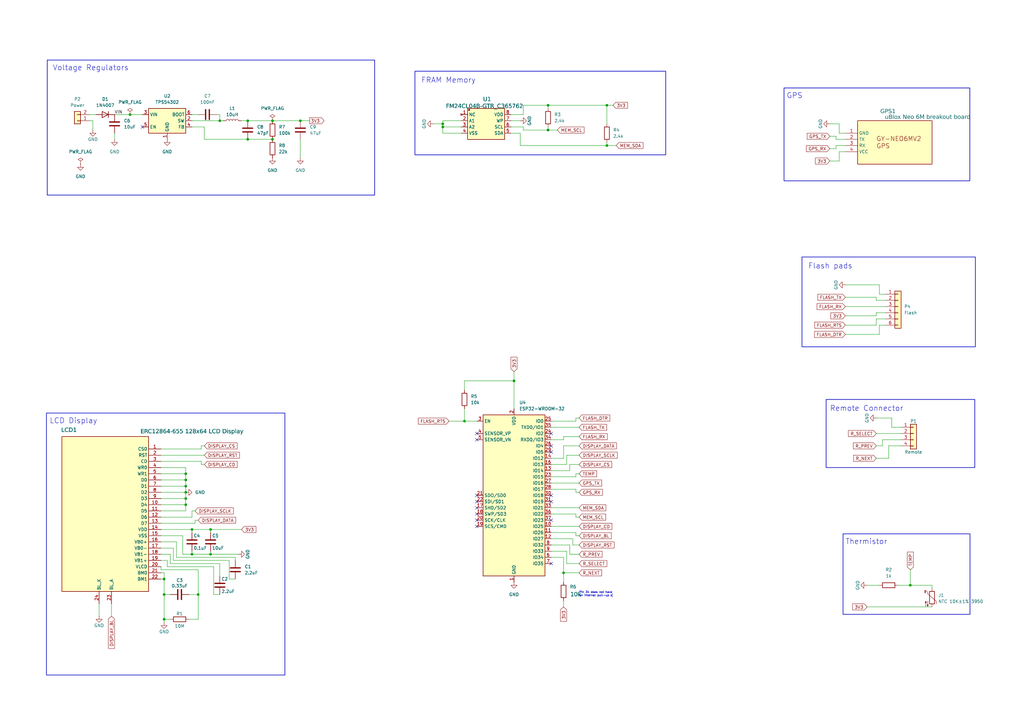
<source format=kicad_sch>
(kicad_sch (version 20250114) (generator "eeschema") (generator_version "9.0")
  (paper "A3")
  (title_block (title "Baja Pro v4") (rev "2.1") (comment 1 "GPL-3.0") (comment 2 "https://github.com/mattogodoy/open-rally-computer"))
  (lib_symbols
    (symbol "BajaPro:ERC12864-655"
      (property "Reference" "LCD?" (at -18.034 34.036 0))
      (property "Value" "ERC12864-655 128x64 LCD Display" (at 11.938 33.528 0))
      (symbol "ERC12864-655_0_0"
        (pin input line (at -2.54 -38.1 90) (length 5.08) (name "BL_K") (number "24"))
        (pin input line (at 2.54 -38.1 90) (length 5.08) (name "BL_A") (number "23"))
        (pin input line (at 22.86 25.4 180) (length 5.08) (name "CS0") (number "1"))
        (pin input line (at 22.86 22.86 180) (length 5.08) (name "RST") (number "2"))
        (pin input line (at 22.86 20.32 180) (length 5.08) (name "CD") (number "3"))
        (pin input line (at 22.86 17.78 180) (length 5.08) (name "WR0") (number "4"))
        (pin input line (at 22.86 15.24 180) (length 5.08) (name "WR1") (number "5"))
        (pin input line (at 22.86 12.7 180) (length 5.08) (name "D0") (number "6"))
        (pin input line (at 22.86 10.16 180) (length 5.08) (name "D1") (number "7"))
        (pin input line (at 22.86 7.62 180) (length 5.08) (name "D2") (number "8"))
        (pin input line (at 22.86 5.08 180) (length 5.08) (name "D3") (number "9"))
        (pin input line (at 22.86 2.54 180) (length 5.08) (name "D4") (number "10"))
        (pin input line (at 22.86 0 180) (length 5.08) (name "D5") (number "11"))
        (pin input line (at 22.86 -2.54 180) (length 5.08) (name "D6") (number "12"))
        (pin input line (at 22.86 -5.08 180) (length 5.08) (name "D7") (number "13"))
        (pin power_in line (at 22.86 -7.62 180) (length 5.08) (name "VDD") (number "14"))
        (pin power_in line (at 22.86 -10.16 180) (length 5.08) (name "VSS") (number "15"))
        (pin input line (at 22.86 -12.7 180) (length 5.08) (name "VB0+") (number "16"))
        (pin input line (at 22.86 -15.24 180) (length 5.08) (name "VB0-") (number "17"))
        (pin input line (at 22.86 -17.78 180) (length 5.08) (name "VB1-") (number "18"))
        (pin input line (at 22.86 -20.32 180) (length 5.08) (name "VB1+") (number "19"))
        (pin input line (at 22.86 -22.86 180) (length 5.08) (name "VLCD") (number "20"))
        (pin input line (at 22.86 -25.4 180) (length 5.08) (name "BM0") (number "21"))
        (pin input line (at 22.86 -27.94 180) (length 5.08) (name "BM1") (number "22"))
      )
      (symbol "ERC12864-655_1_0"
        (rectangle (start -17.78 30.48) (end 17.78 -33.02) (stroke (width 0.254)) (fill (type background)))
      )
    )
    (symbol "BajaPro:FM24CL04B-GTR_C365762"
      (property "Reference" "U1" (at -1.2446 10.9601 0))
      (property "Value" "FM24CL04B-GTR_C365762" (at -17.78 8.1661 0))
      (symbol "FM24CL04B-GTR_C365762_0_0"
        (circle (center -6.985 5.715) (radius 0.254) (stroke (width 0.254)) (fill (type outline)))
        (pin no_connect line (at -10.16 3.81 0) (length 2.54) (name "NC") (number "1"))
        (pin input line (at -10.16 1.27 0) (length 2.54) (name "A1") (number "2"))
        (pin input line (at -10.16 -1.27 0) (length 2.54) (name "A2") (number "3"))
        (pin power_in line (at -10.16 -3.81 0) (length 2.54) (name "VSS") (number "4"))
        (pin power_in line (at 10.16 3.81 180) (length 2.54) (name "VDD") (number "8"))
        (pin input line (at 10.16 1.27 180) (length 2.54) (name "WP") (number "7"))
        (pin input line (at 10.16 -1.27 180) (length 2.54) (name "SCL") (number "6"))
        (pin bidirectional line (at 10.16 -3.81 180) (length 2.54) (name "SDA") (number "5"))
      )
      (symbol "FM24CL04B-GTR_C365762_1_0"
        (rectangle (start -7.62 6.35) (end 7.62 -6.35) (stroke (width 0.254)) (fill (type background)))
      )
    )
    (symbol "BajaPro:GY-NEO6MV2"
      (property "Reference" "GPS" (at 9.271 4.7371 0))
      (property "Value" "uBlox Neo 6M breakout board" (at 9.271 2.4511 0))
      (symbol "GY-NEO6MV2_0_0"
        (text "GY-NEO6MV2\nGPS" (at 7.62 -6.2992 0) (effects (font (size 1.8288 1.8288)) (justify left top)))
        (pin power_in line (at -5.08 -5.08 0) (length 5.08) (name "GND") (number "1"))
        (pin output line (at -5.08 -7.62 0) (length 5.08) (name "TX") (number "2"))
        (pin input line (at -5.08 -10.16 0) (length 5.08) (name "RX") (number "3"))
        (pin power_in line (at -5.08 -12.7 0) (length 5.08) (name "VCC") (number "4"))
      )
      (symbol "GY-NEO6MV2_1_0"
        (rectangle (start 0 0) (end 30.48 -17.78) (stroke (width 0.254)) (fill (type background)))
      )
    )
    (symbol "Connector_Generic:Conn_01x02" (pin_names (offset 1.016) (hide yes))
      (property "Reference" "J" (at 0 2.54 0))
      (property "Value" "Conn_01x02" (at 0 -5.08 0))
      (symbol "Conn_01x02_1_1"
        (rectangle (start -1.27 1.27) (end 1.27 -3.81) (stroke (width 0.254)) (fill (type background)))
        (rectangle (start -1.27 0.127) (end 0 -0.127) (stroke (width 0.1524)))
        (rectangle (start -1.27 -2.413) (end 0 -2.667) (stroke (width 0.1524)))
        (pin passive line (at -5.08 0 0) (length 3.81) (name "Pin_1") (number "1"))
        (pin passive line (at -5.08 -2.54 0) (length 3.81) (name "Pin_2") (number "2"))
      )
    )
    (symbol "Connector_Generic:Conn_01x04" (pin_names (offset 1.016) (hide yes))
      (property "Reference" "J" (at 0 5.08 0))
      (property "Value" "Conn_01x04" (at 0 -7.62 0))
      (symbol "Conn_01x04_1_1"
        (rectangle (start -1.27 3.81) (end 1.27 -6.35) (stroke (width 0.254)) (fill (type background)))
        (rectangle (start -1.27 2.667) (end 0 2.413) (stroke (width 0.1524)))
        (rectangle (start -1.27 0.127) (end 0 -0.127) (stroke (width 0.1524)))
        (rectangle (start -1.27 -2.413) (end 0 -2.667) (stroke (width 0.1524)))
        (rectangle (start -1.27 -4.953) (end 0 -5.207) (stroke (width 0.1524)))
        (pin passive line (at -5.08 2.54 0) (length 3.81) (name "Pin_1") (number "1"))
        (pin passive line (at -5.08 0 0) (length 3.81) (name "Pin_2") (number "2"))
        (pin passive line (at -5.08 -2.54 0) (length 3.81) (name "Pin_3") (number "3"))
        (pin passive line (at -5.08 -5.08 0) (length 3.81) (name "Pin_4") (number "4"))
      )
    )
    (symbol "Connector_Generic:Conn_01x06" (pin_names (offset 1.016) (hide yes))
      (property "Reference" "J" (at 0 7.62 0))
      (property "Value" "Conn_01x06" (at 0 -10.16 0))
      (symbol "Conn_01x06_1_1"
        (rectangle (start -1.27 6.35) (end 1.27 -8.89) (stroke (width 0.254)) (fill (type background)))
        (rectangle (start -1.27 5.207) (end 0 4.953) (stroke (width 0.1524)))
        (rectangle (start -1.27 2.667) (end 0 2.413) (stroke (width 0.1524)))
        (rectangle (start -1.27 0.127) (end 0 -0.127) (stroke (width 0.1524)))
        (rectangle (start -1.27 -2.413) (end 0 -2.667) (stroke (width 0.1524)))
        (rectangle (start -1.27 -4.953) (end 0 -5.207) (stroke (width 0.1524)))
        (rectangle (start -1.27 -7.493) (end 0 -7.747) (stroke (width 0.1524)))
        (pin passive line (at -5.08 5.08 0) (length 3.81) (name "Pin_1") (number "1"))
        (pin passive line (at -5.08 2.54 0) (length 3.81) (name "Pin_2") (number "2"))
        (pin passive line (at -5.08 0 0) (length 3.81) (name "Pin_3") (number "3"))
        (pin passive line (at -5.08 -2.54 0) (length 3.81) (name "Pin_4") (number "4"))
        (pin passive line (at -5.08 -5.08 0) (length 3.81) (name "Pin_5") (number "5"))
        (pin passive line (at -5.08 -7.62 0) (length 3.81) (name "Pin_6") (number "6"))
      )
    )
    (symbol "Device:C" (pin_numbers (hide yes)) (pin_names (offset 0.254))
      (property "Reference" "C" (at 0.635 2.54 0))
      (property "Value" "C" (at 0.635 -2.54 0))
      (symbol "C_0_1"
        (polyline (pts (xy -2.032 0.762) (xy 2.032 0.762)) (stroke (width 0.508)))
        (polyline (pts (xy -2.032 -0.762) (xy 2.032 -0.762)) (stroke (width 0.508)))
      )
      (symbol "C_1_1"
        (pin passive line (at 0 3.81 270) (length 2.794) (name "~") (number "1"))
        (pin passive line (at 0 -3.81 90) (length 2.794) (name "~") (number "2"))
      )
    )
    (symbol "Device:D" (pin_numbers (hide yes)) (pin_names (offset 1.016) (hide yes))
      (property "Reference" "D" (at 0 2.54 0))
      (property "Value" "D" (at 0 -2.54 0))
      (symbol "D_0_1"
        (polyline (pts (xy -1.27 1.27) (xy -1.27 -1.27)) (stroke (width 0.254)))
        (polyline (pts (xy 1.27 1.27) (xy 1.27 -1.27) (xy -1.27 0) (xy 1.27 1.27)) (stroke (width 0.254)))
        (polyline (pts (xy 1.27 0) (xy -1.27 0)))
      )
      (symbol "D_1_1"
        (pin passive line (at -3.81 0 0) (length 2.54) (name "K") (number "1"))
        (pin passive line (at 3.81 0 180) (length 2.54) (name "A") (number "2"))
      )
    )
    (symbol "Device:L" (pin_numbers (hide yes)) (pin_names (offset 1.016) (hide yes))
      (property "Reference" "L" (at -1.27 0 90))
      (property "Value" "L" (at 1.905 0 90))
      (symbol "L_0_1"
        (arc (start 0 2.54) (mid 0.6323 1.905) (end 0 1.27))
        (arc (start 0 1.27) (mid 0.6323 0.635) (end 0 0))
        (arc (start 0 0) (mid 0.6323 -0.635) (end 0 -1.27))
        (arc (start 0 -1.27) (mid 0.6323 -1.905) (end 0 -2.54))
      )
      (symbol "L_1_1"
        (pin passive line (at 0 3.81 270) (length 1.27) (name "1") (number "1"))
        (pin passive line (at 0 -3.81 90) (length 1.27) (name "2") (number "2"))
      )
    )
    (symbol "Device:R" (pin_numbers (hide yes)) (pin_names (offset 0))
      (property "Reference" "R" (at 2.032 0 90))
      (property "Value" "R" (at 0 0 90))
      (symbol "R_0_1"
        (rectangle (start -1.016 -2.54) (end 1.016 2.54) (stroke (width 0.254)))
      )
      (symbol "R_1_1"
        (pin passive line (at 0 3.81 270) (length 1.27) (name "~") (number "1"))
        (pin passive line (at 0 -3.81 90) (length 1.27) (name "~") (number "2"))
      )
    )
    (symbol "Device:Thermistor_NTC" (pin_numbers (hide yes)) (pin_names (offset 0))
      (property "Reference" "TH" (at -4.445 0 90))
      (property "Value" "Thermistor_NTC" (at 3.175 0 90))
      (symbol "Thermistor_NTC_0_1"
        (arc (start -3.175 2.413) (mid -3.0506 2.3165) (end -3.048 2.159))
        (arc (start -3.048 2.794) (mid -2.9736 2.9736) (end -2.794 3.048))
        (arc (start -2.794 3.048) (mid -2.6144 2.9736) (end -2.54 2.794))
        (arc (start -2.794 2.54) (mid -2.9736 2.6144) (end -3.048 2.794))
        (arc (start -2.794 1.905) (mid -2.9736 1.9794) (end -3.048 2.159))
        (arc (start -2.54 2.159) (mid -2.6144 1.9794) (end -2.794 1.905))
        (arc (start -2.159 2.794) (mid -2.434 2.5608) (end -2.794 2.54))
        (polyline (pts (xy -2.54 2.159) (xy -2.54 2.794)))
        (polyline (pts (xy -2.54 -3.683) (xy -2.54 -1.397) (xy -2.794 -2.159) (xy -2.286 -2.159) (xy -2.54 -1.397) (xy -2.54 -1.651)) (fill (type outline)))
        (polyline (pts (xy -1.778 2.54) (xy -1.778 1.524) (xy 1.778 -1.524) (xy 1.778 -2.54)))
        (polyline (pts (xy -1.778 -1.397) (xy -1.778 -3.683) (xy -2.032 -2.921) (xy -1.524 -2.921) (xy -1.778 -3.683) (xy -1.778 -3.429)) (fill (type outline)))
        (rectangle (start -1.016 2.54) (end 1.016 -2.54) (stroke (width 0.254)))
      )
      (symbol "Thermistor_NTC_1_1"
        (pin passive line (at 0 3.81 270) (length 1.27) (name "~") (number "1"))
        (pin passive line (at 0 -3.81 90) (length 1.27) (name "~") (number "2"))
      )
    )
    (symbol "RF_Module:ESP32-WROOM-32"
      (property "Reference" "U" (at -12.7 34.29 0))
      (property "Value" "ESP32-WROOM-32" (at 1.27 34.29 0))
      (symbol "ESP32-WROOM-32_0_1"
        (rectangle (start -12.7 33.02) (end 12.7 -33.02) (stroke (width 0.254)) (fill (type background)))
      )
      (symbol "ESP32-WROOM-32_1_1"
        (pin input line (at -15.24 30.48 0) (length 2.54) (name "EN") (number "3"))
        (pin input line (at -15.24 25.4 0) (length 2.54) (name "SENSOR_VP") (number "4"))
        (pin input line (at -15.24 22.86 0) (length 2.54) (name "SENSOR_VN") (number "5"))
        (pin bidirectional line (at -15.24 0 0) (length 2.54) (name "SDO/SD0") (number "21"))
        (pin bidirectional line (at -15.24 -2.54 0) (length 2.54) (name "SDI/SD1") (number "22"))
        (pin bidirectional line (at -15.24 -5.08 0) (length 2.54) (name "SHD/SD2") (number "17"))
        (pin bidirectional line (at -15.24 -7.62 0) (length 2.54) (name "SWP/SD3") (number "18"))
        (pin bidirectional line (at -15.24 -10.16 0) (length 2.54) (name "SCK/CLK") (number "20"))
        (pin bidirectional line (at -15.24 -12.7 0) (length 2.54) (name "SCS/CMD") (number "19"))
        (pin no_connect line (at -12.7 -27.94 0) (length 2.54) (hide yes) (name "NC") (number "32"))
        (pin power_in line (at 0 35.56 270) (length 2.54) (name "VDD") (number "2"))
        (pin power_in line (at 0 -35.56 90) (length 2.54) (name "GND") (number "1"))
        (pin passive line (at 0 -35.56 90) (length 2.54) (hide yes) (name "GND") (number "15"))
        (pin passive line (at 0 -35.56 90) (length 2.54) (hide yes) (name "GND") (number "38"))
        (pin passive line (at 0 -35.56 90) (length 2.54) (hide yes) (name "GND") (number "39"))
        (pin bidirectional line (at 15.24 30.48 180) (length 2.54) (name "IO0") (number "25"))
        (pin bidirectional line (at 15.24 27.94 180) (length 2.54) (name "TXD0/IO1") (number "35"))
        (pin bidirectional line (at 15.24 25.4 180) (length 2.54) (name "IO2") (number "24"))
        (pin bidirectional line (at 15.24 22.86 180) (length 2.54) (name "RXD0/IO3") (number "34"))
        (pin bidirectional line (at 15.24 20.32 180) (length 2.54) (name "IO4") (number "26"))
        (pin bidirectional line (at 15.24 17.78 180) (length 2.54) (name "IO5") (number "29"))
        (pin bidirectional line (at 15.24 15.24 180) (length 2.54) (name "IO12") (number "14"))
        (pin bidirectional line (at 15.24 12.7 180) (length 2.54) (name "IO13") (number "16"))
        (pin bidirectional line (at 15.24 10.16 180) (length 2.54) (name "IO14") (number "13"))
        (pin bidirectional line (at 15.24 7.62 180) (length 2.54) (name "IO15") (number "23"))
        (pin bidirectional line (at 15.24 5.08 180) (length 2.54) (name "IO16") (number "27"))
        (pin bidirectional line (at 15.24 2.54 180) (length 2.54) (name "IO17") (number "28"))
        (pin bidirectional line (at 15.24 0 180) (length 2.54) (name "IO18") (number "30"))
        (pin bidirectional line (at 15.24 -2.54 180) (length 2.54) (name "IO19") (number "31"))
        (pin bidirectional line (at 15.24 -5.08 180) (length 2.54) (name "IO21") (number "33"))
        (pin bidirectional line (at 15.24 -7.62 180) (length 2.54) (name "IO22") (number "36"))
        (pin bidirectional line (at 15.24 -10.16 180) (length 2.54) (name "IO23") (number "37"))
        (pin bidirectional line (at 15.24 -12.7 180) (length 2.54) (name "IO25") (number "10"))
        (pin bidirectional line (at 15.24 -15.24 180) (length 2.54) (name "IO26") (number "11"))
        (pin bidirectional line (at 15.24 -17.78 180) (length 2.54) (name "IO27") (number "12"))
        (pin bidirectional line (at 15.24 -20.32 180) (length 2.54) (name "IO32") (number "8"))
        (pin bidirectional line (at 15.24 -22.86 180) (length 2.54) (name "IO33") (number "9"))
        (pin input line (at 15.24 -25.4 180) (length 2.54) (name "IO34") (number "6"))
        (pin input line (at 15.24 -27.94 180) (length 2.54) (name "IO35") (number "7"))
      )
    )
    (symbol "Regulator_Switching:TPS54302"
      (property "Reference" "U" (at -7.62 6.35 0))
      (property "Value" "TPS54302" (at 0 6.35 0))
      (symbol "TPS54302_0_1"
        (rectangle (start -7.62 5.08) (end 7.62 -5.08) (stroke (width 0.254)) (fill (type background)))
      )
      (symbol "TPS54302_1_1"
        (pin power_in line (at -10.16 2.54 0) (length 2.54) (name "VIN") (number "3"))
        (pin input line (at -10.16 -2.54 0) (length 2.54) (name "EN") (number "5"))
        (pin power_in line (at 0 -7.62 90) (length 2.54) (name "GND") (number "1"))
        (pin passive line (at 10.16 2.54 180) (length 2.54) (name "BOOT") (number "6"))
        (pin power_out line (at 10.16 0 180) (length 2.54) (name "SW") (number "2"))
        (pin input line (at 10.16 -2.54 180) (length 2.54) (name "FB") (number "4"))
      )
    )
    (symbol "power:GND" (power) (pin_numbers (hide yes)) (pin_names (offset 0) (hide yes))
      (property "Value" "GND" (at 0 -3.81 0))
      (symbol "GND_0_1"
        (polyline (pts (xy 0 0) (xy 0 -1.27) (xy 1.27 -1.27) (xy 0 -2.54) (xy -1.27 -1.27) (xy 0 -1.27)))
      )
      (symbol "GND_1_1"
        (pin power_in line (at 0 0 270) (length 0) (name "~") (number "1"))
      )
    )
    (symbol "power:PWR_FLAG" (power) (pin_numbers (hide yes)) (pin_names (offset 0) (hide yes))
      (property "Value" "PWR_FLAG" (at 0 3.81 0))
      (symbol "PWR_FLAG_0_0"
        (pin power_out line (at 0 0 90) (length 0) (name "~") (number "1"))
      )
      (symbol "PWR_FLAG_0_1"
        (polyline (pts (xy 0 0) (xy 0 1.27) (xy -1.016 1.905) (xy 0 2.54) (xy 1.016 1.905) (xy 0 1.27)))
      )
    )
  )
  (rectangle (start 345.7702 218.948) (end 397.8402 251.968) (stroke (width 0.254)))
  (rectangle (start 328.93 105.41) (end 400.05 142.24) (stroke (width 0.254)))
  (rectangle (start 19.05 169.418) (end 116.84 276.86) (stroke (width 0.254)))
  (rectangle (start 321.564 36.068) (end 397.764 74.168) (stroke (width 0.254)))
  (rectangle (start 19.3802 24.638) (end 153.67 80.01) (stroke (width 0.254)))
  (rectangle (start 170.18 29.21) (end 273.05 63.5) (stroke (width 0.254)))
  (rectangle (start 338.836 163.83) (end 399.796 191.77) (stroke (width 0.254)))
  (text "FRAM Memory" (at 172.72 31.75 0) (effects (font (size 2.1717 2.1717)) (justify left top)))
  (text "Thermistor" (at 346.71 220.98 0) (effects (font (size 2.1717 2.1717)) (justify left top)))
  (text "GPS" (at 322.58 38.1 0) (effects (font (size 2.1717 2.1717)) (justify left top)))
  (text "Pin 34 does not have\nan internal pull-up :(" (at 237.49 242.57 0) (effects (font (size 0.8128 0.8128)) (justify left top)))
  (text "Flash pads" (at 331.47 107.95 0) (effects (font (size 2.1717 2.1717)) (justify left top)))
  (text "Voltage Regulators" (at 21.59 26.67 0) (effects (font (size 2.1717 2.1717)) (justify left top)))
  (text "LCD Display" (at 20.32 171.45 0) (effects (font (size 2.1717 2.1717)) (justify left top)))
  (text "Remote Connector" (at 340.36 166.37 0) (effects (font (size 2.1717 2.1717)) (justify left top)))
  (junction (at 76.2 194.31))
  (junction (at 111.76 49.53))
  (junction (at 78.74 227.33))
  (junction (at 90.17 49.53))
  (junction (at 101.6 57.15))
  (junction (at 248.92 59.69))
  (junction (at 76.2 207.01))
  (junction (at 67.31 237.49))
  (junction (at 248.92 43.18))
  (junction (at 190.5 172.72))
  (junction (at 231.14 234.95))
  (junction (at 81.28 243.84))
  (junction (at 78.74 217.17))
  (junction (at 111.76 57.15))
  (junction (at 224.79 43.18))
  (junction (at 181.61 52.07))
  (junction (at 76.2 201.93))
  (junction (at 210.82 156.21))
  (junction (at 67.31 254))
  (junction (at 76.2 196.85))
  (junction (at 224.79 53.34))
  (junction (at 101.6 49.53))
  (junction (at 373.38 240.03))
  (junction (at 181.61 50.8))
  (junction (at 86.36 217.17))
  (junction (at 53.34 46.99))
  (junction (at 123.19 49.53))
  (junction (at 76.2 199.39))
  (junction (at 67.31 243.84))
  (junction (at 86.36 227.33))
  (junction (at 76.2 204.47))
  (no_connect (at 58.42 52.07))
  (no_connect (at 226.06 203.2))
  (no_connect (at 226.06 182.88))
  (no_connect (at 195.58 203.2))
  (no_connect (at 226.06 185.42))
  (no_connect (at 226.06 213.36))
  (no_connect (at 195.58 210.82))
  (no_connect (at 195.58 213.36))
  (no_connect (at 226.06 177.8))
  (no_connect (at 195.58 177.8))
  (no_connect (at 195.58 205.74))
  (no_connect (at 195.58 215.9))
  (no_connect (at 226.06 205.74))
  (no_connect (at 195.58 180.34))
  (no_connect (at 226.06 231.14))
  (no_connect (at 195.58 208.28))
  (wire (pts (xy 81.28 233.68) (xy 66.04 233.68)))
  (wire (pts (xy 231.14 234.95) (xy 237.49 234.95)))
  (wire (pts (xy 344.17 50.8) (xy 344.17 54.61)))
  (wire (pts (xy 99.06 49.53) (xy 101.6 49.53)))
  (wire (pts (xy 213.36 54.61) (xy 213.36 59.69)))
  (wire (pts (xy 80.01 213.36) (xy 80.01 214.63)))
  (wire (pts (xy 236.22 218.44) (xy 236.22 219.71)))
  (wire (pts (xy 78.74 49.53) (xy 90.17 49.53)))
  (wire (pts (xy 86.36 226.06) (xy 86.36 227.33)))
  (wire (pts (xy 86.36 217.17) (xy 86.36 218.44)))
  (wire (pts (xy 224.79 43.18) (xy 224.79 44.45)))
  (wire (pts (xy 236.22 210.82) (xy 236.22 212.09)))
  (wire (pts (xy 66.04 207.01) (xy 76.2 207.01)))
  (wire (pts (xy 38.1 53.34) (xy 38.1 49.53)))
  (wire (pts (xy 181.61 49.53) (xy 181.61 50.8)))
  (wire (pts (xy 66.04 199.39) (xy 76.2 199.39)))
  (wire (pts (xy 66.04 224.79) (xy 71.12 224.79)))
  (wire (pts (xy 248.92 43.18) (xy 251.46 43.18)))
  (wire (pts (xy 231.14 246.38) (xy 231.14 248.92)))
  (wire (pts (xy 231.14 179.07) (xy 237.49 179.07)))
  (wire (pts (xy 340.36 55.88) (xy 342.9 55.88)))
  (wire (pts (xy 344.17 54.61) (xy 346.71 54.61)))
  (wire (pts (xy 90.17 49.53) (xy 91.44 49.53)))
  (wire (pts (xy 346.71 116.84) (xy 360.68 116.84)))
  (wire (pts (xy 81.28 233.68) (xy 81.28 243.84)))
  (wire (pts (xy 214.63 52.07) (xy 214.63 53.34)))
  (wire (pts (xy 214.63 46.99) (xy 214.63 43.18)))
  (wire (pts (xy 226.06 208.28) (xy 237.49 208.28)))
  (wire (pts (xy 66.04 194.31) (xy 76.2 194.31)))
  (wire (pts (xy 359.41 121.92) (xy 359.41 123.19)))
  (wire (pts (xy 46.99 57.15) (xy 46.99 54.61)))
  (wire (pts (xy 346.71 129.54) (xy 359.41 129.54)))
  (wire (pts (xy 86.36 227.33) (xy 97.79 227.33)))
  (wire (pts (xy 214.63 43.18) (xy 224.79 43.18)))
  (wire (pts (xy 231.14 234.95) (xy 231.14 238.76)))
  (wire (pts (xy 181.61 54.61) (xy 181.61 52.07)))
  (wire (pts (xy 76.2 191.77) (xy 66.04 191.77)))
  (wire (pts (xy 226.06 228.6) (xy 231.14 228.6)))
  (wire (pts (xy 342.9 59.69) (xy 346.71 59.69)))
  (wire (pts (xy 226.06 215.9) (xy 237.49 215.9)))
  (wire (pts (xy 224.79 53.34) (xy 228.6 53.34)))
  (wire (pts (xy 81.28 213.36) (xy 80.01 213.36)))
  (wire (pts (xy 123.19 64.77) (xy 123.19 57.15)))
  (wire (pts (xy 209.55 52.07) (xy 214.63 52.07)))
  (wire (pts (xy 226.06 190.5) (xy 232.41 190.5)))
  (wire (pts (xy 66.04 237.49) (xy 67.31 237.49)))
  (wire (pts (xy 226.06 226.06) (xy 232.41 226.06)))
  (wire (pts (xy 209.55 46.99) (xy 214.63 46.99)))
  (wire (pts (xy 359.41 128.27) (xy 363.22 128.27)))
  (wire (pts (xy 76.2 196.85) (xy 76.2 194.31)))
  (wire (pts (xy 382.27 240.03) (xy 382.27 241.3)))
  (wire (pts (xy 189.23 52.07) (xy 181.61 52.07)))
  (wire (pts (xy 236.22 195.58) (xy 236.22 194.31)))
  (wire (pts (xy 101.6 49.53) (xy 111.76 49.53)))
  (wire (pts (xy 226.06 223.52) (xy 233.68 223.52)))
  (wire (pts (xy 236.22 172.72) (xy 226.06 172.72)))
  (wire (pts (xy 233.68 193.04) (xy 233.68 190.5)))
  (wire (pts (xy 226.06 200.66) (xy 236.22 200.66)))
  (wire (pts (xy 68.58 232.41) (xy 87.63 232.41)))
  (wire (pts (xy 226.06 218.44) (xy 236.22 218.44)))
  (wire (pts (xy 66.04 219.71) (xy 74.93 219.71)))
  (wire (pts (xy 236.22 200.66) (xy 236.22 201.93)))
  (wire (pts (xy 226.06 198.12) (xy 237.49 198.12)))
  (wire (pts (xy 93.98 237.49) (xy 96.52 237.49)))
  (wire (pts (xy 226.06 187.96) (xy 231.14 187.96)))
  (wire (pts (xy 111.76 49.53) (xy 123.19 49.53)))
  (wire (pts (xy 359.41 171.45) (xy 365.76 171.45)))
  (wire (pts (xy 76.2 207.01) (xy 76.2 204.47)))
  (wire (pts (xy 190.5 156.21) (xy 190.5 160.02)))
  (wire (pts (xy 78.74 217.17) (xy 78.74 218.44)))
  (wire (pts (xy 45.72 247.65) (xy 45.72 252.73)))
  (wire (pts (xy 382.27 240.03) (xy 373.38 240.03)))
  (wire (pts (xy 69.85 227.33) (xy 66.04 227.33)))
  (wire (pts (xy 365.76 175.26) (xy 369.57 175.26)))
  (wire (pts (xy 232.41 190.5) (xy 232.41 186.69)))
  (wire (pts (xy 66.04 201.93) (xy 76.2 201.93)))
  (wire (pts (xy 66.04 186.69) (xy 83.82 186.69)))
  (wire (pts (xy 82.55 189.23) (xy 82.55 190.5)))
  (wire (pts (xy 340.36 66.04) (xy 344.17 66.04)))
  (wire (pts (xy 66.04 196.85) (xy 76.2 196.85)))
  (wire (pts (xy 226.06 220.98) (xy 234.95 220.98)))
  (wire (pts (xy 38.1 49.53) (xy 36.83 49.53)))
  (wire (pts (xy 237.49 171.45) (xy 236.22 171.45)))
  (wire (pts (xy 373.38 233.68) (xy 373.38 240.03)))
  (wire (pts (xy 78.74 209.55) (xy 80.01 209.55)))
  (wire (pts (xy 224.79 52.07) (xy 224.79 53.34)))
  (wire (pts (xy 68.58 229.87) (xy 68.58 232.41)))
  (wire (pts (xy 101.6 57.15) (xy 111.76 57.15)))
  (wire (pts (xy 360.68 120.65) (xy 363.22 120.65)))
  (wire (pts (xy 365.76 171.45) (xy 365.76 175.26)))
  (wire (pts (xy 359.41 129.54) (xy 359.41 128.27)))
  (wire (pts (xy 344.17 62.23) (xy 346.71 62.23)))
  (wire (pts (xy 36.83 46.99) (xy 39.37 46.99)))
  (wire (pts (xy 226.06 180.34) (xy 231.14 180.34)))
  (wire (pts (xy 69.85 231.14) (xy 69.85 227.33)))
  (wire (pts (xy 90.17 236.22) (xy 90.17 231.14)))
  (wire (pts (xy 66.04 234.95) (xy 67.31 234.95)))
  (wire (pts (xy 72.39 222.25) (xy 72.39 228.6)))
  (wire (pts (xy 361.95 180.34) (xy 369.57 180.34)))
  (wire (pts (xy 72.39 228.6) (xy 96.52 228.6)))
  (wire (pts (xy 96.52 228.6) (xy 96.52 229.87)))
  (wire (pts (xy 360.68 137.16) (xy 360.68 133.35)))
  (wire (pts (xy 226.06 193.04) (xy 233.68 193.04)))
  (wire (pts (xy 66.04 209.55) (xy 76.2 209.55)))
  (wire (pts (xy 76.2 209.55) (xy 76.2 207.01)))
  (wire (pts (xy 71.12 224.79) (xy 71.12 229.87)))
  (wire (pts (xy 344.17 66.04) (xy 344.17 62.23)))
  (wire (pts (xy 181.61 52.07) (xy 181.61 50.8)))
  (wire (pts (xy 234.95 223.52) (xy 237.49 223.52)))
  (wire (pts (xy 66.04 212.09) (xy 78.74 212.09)))
  (wire (pts (xy 66.04 233.68) (xy 66.04 232.41)))
  (wire (pts (xy 78.74 212.09) (xy 78.74 209.55)))
  (wire (pts (xy 359.41 123.19) (xy 363.22 123.19)))
  (wire (pts (xy 189.23 49.53) (xy 181.61 49.53)))
  (wire (pts (xy 74.93 227.33) (xy 78.74 227.33)))
  (wire (pts (xy 233.68 227.33) (xy 237.49 227.33)))
  (wire (pts (xy 69.85 231.14) (xy 90.17 231.14)))
  (wire (pts (xy 234.95 220.98) (xy 234.95 223.52)))
  (wire (pts (xy 209.55 49.53) (xy 213.36 49.53)))
  (wire (pts (xy 355.6 240.03) (xy 360.68 240.03)))
  (wire (pts (xy 248.92 43.18) (xy 248.92 50.8)))
  (wire (pts (xy 226.06 210.82) (xy 236.22 210.82)))
  (wire (pts (xy 340.36 50.8) (xy 344.17 50.8)))
  (wire (pts (xy 66.04 217.17) (xy 78.74 217.17)))
  (wire (pts (xy 213.36 59.69) (xy 248.92 59.69)))
  (wire (pts (xy 76.2 194.31) (xy 76.2 191.77)))
  (wire (pts (xy 209.55 54.61) (xy 213.36 54.61)))
  (wire (pts (xy 78.74 226.06) (xy 78.74 227.33)))
  (wire (pts (xy 82.55 190.5) (xy 83.82 190.5)))
  (wire (pts (xy 67.31 243.84) (xy 69.85 243.84)))
  (wire (pts (xy 190.5 156.21) (xy 210.82 156.21)))
  (wire (pts (xy 232.41 186.69) (xy 237.49 186.69)))
  (wire (pts (xy 53.34 46.99) (xy 58.42 46.99)))
  (wire (pts (xy 67.31 254) (xy 67.31 255.27)))
  (wire (pts (xy 346.71 121.92) (xy 359.41 121.92)))
  (wire (pts (xy 86.36 217.17) (xy 99.06 217.17)))
  (wire (pts (xy 66.04 204.47) (xy 76.2 204.47)))
  (wire (pts (xy 248.92 58.42) (xy 248.92 59.69)))
  (wire (pts (xy 359.41 187.96) (xy 364.49 187.96)))
  (wire (pts (xy 364.49 187.96) (xy 364.49 182.88)))
  (wire (pts (xy 81.28 254) (xy 81.28 243.84)))
  (wire (pts (xy 361.95 182.88) (xy 361.95 180.34)))
  (wire (pts (xy 342.9 60.96) (xy 342.9 59.69)))
  (wire (pts (xy 40.64 247.65) (xy 40.64 252.73)))
  (wire (pts (xy 83.82 52.07) (xy 83.82 57.15)))
  (wire (pts (xy 232.41 231.14) (xy 237.49 231.14)))
  (wire (pts (xy 346.71 125.73) (xy 363.22 125.73)))
  (wire (pts (xy 87.63 243.84) (xy 90.17 243.84)))
  (wire (pts (xy 46.99 46.99) (xy 53.34 46.99)))
  (wire (pts (xy 236.22 194.31) (xy 237.49 194.31)))
  (wire (pts (xy 232.41 226.06) (xy 232.41 231.14)))
  (wire (pts (xy 71.12 229.87) (xy 93.98 229.87)))
  (wire (pts (xy 236.22 171.45) (xy 236.22 172.72)))
  (wire (pts (xy 226.06 195.58) (xy 236.22 195.58)))
  (wire (pts (xy 80.01 214.63) (xy 66.04 214.63)))
  (wire (pts (xy 342.9 55.88) (xy 342.9 57.15)))
  (wire (pts (xy 78.74 217.17) (xy 86.36 217.17)))
  (wire (pts (xy 236.22 212.09) (xy 237.49 212.09)))
  (wire (pts (xy 83.82 57.15) (xy 101.6 57.15)))
  (wire (pts (xy 67.31 237.49) (xy 67.31 243.84)))
  (wire (pts (xy 359.41 130.81) (xy 363.22 130.81)))
  (wire (pts (xy 360.68 116.84) (xy 360.68 120.65)))
  (wire (pts (xy 233.68 223.52) (xy 233.68 227.33)))
  (wire (pts (xy 67.31 254) (xy 69.85 254)))
  (wire (pts (xy 66.04 189.23) (xy 82.55 189.23)))
  (wire (pts (xy 210.82 152.4) (xy 210.82 156.21)))
  (wire (pts (xy 355.6 248.92) (xy 382.27 248.92)))
  (wire (pts (xy 236.22 219.71) (xy 237.49 219.71)))
  (wire (pts (xy 184.15 172.72) (xy 190.5 172.72)))
  (wire (pts (xy 342.9 57.15) (xy 346.71 57.15)))
  (wire (pts (xy 359.41 182.88) (xy 361.95 182.88)))
  (wire (pts (xy 78.74 46.99) (xy 81.28 46.99)))
  (wire (pts (xy 360.68 133.35) (xy 363.22 133.35)))
  (wire (pts (xy 210.82 156.21) (xy 210.82 167.64)))
  (wire (pts (xy 189.23 54.61) (xy 181.61 54.61)))
  (wire (pts (xy 77.47 254) (xy 81.28 254)))
  (wire (pts (xy 233.68 190.5) (xy 237.49 190.5)))
  (wire (pts (xy 231.14 228.6) (xy 231.14 234.95)))
  (wire (pts (xy 359.41 177.8) (xy 369.57 177.8)))
  (wire (pts (xy 214.63 53.34) (xy 224.79 53.34)))
  (wire (pts (xy 83.82 52.07) (xy 78.74 52.07)))
  (wire (pts (xy 67.31 243.84) (xy 67.31 254)))
  (wire (pts (xy 76.2 204.47) (xy 76.2 201.93)))
  (wire (pts (xy 236.22 201.93) (xy 237.49 201.93)))
  (wire (pts (xy 93.98 229.87) (xy 93.98 237.49)))
  (wire (pts (xy 82.55 182.88) (xy 83.82 182.88)))
  (wire (pts (xy 224.79 43.18) (xy 248.92 43.18)))
  (wire (pts (xy 74.93 219.71) (xy 74.93 227.33)))
  (wire (pts (xy 231.14 180.34) (xy 231.14 179.07)))
  (wire (pts (xy 78.74 227.33) (xy 86.36 227.33)))
  (wire (pts (xy 231.14 187.96) (xy 231.14 182.88)))
  (wire (pts (xy 340.36 60.96) (xy 342.9 60.96)))
  (wire (pts (xy 87.63 232.41) (xy 87.63 243.84)))
  (wire (pts (xy 248.92 59.69) (xy 252.73 59.69)))
  (wire (pts (xy 77.47 243.84) (xy 81.28 243.84)))
  (wire (pts (xy 181.61 50.8) (xy 177.8 50.8)))
  (wire (pts (xy 364.49 182.88) (xy 369.57 182.88)))
  (wire (pts (xy 82.55 184.15) (xy 82.55 182.88)))
  (wire (pts (xy 76.2 199.39) (xy 76.2 196.85)))
  (wire (pts (xy 67.31 234.95) (xy 67.31 237.49)))
  (wire (pts (xy 346.71 133.35) (xy 359.41 133.35)))
  (wire (pts (xy 66.04 229.87) (xy 68.58 229.87)))
  (wire (pts (xy 231.14 182.88) (xy 237.49 182.88)))
  (wire (pts (xy 76.2 201.93) (xy 76.2 199.39)))
  (wire (pts (xy 123.19 49.53) (xy 127 49.53)))
  (wire (pts (xy 368.3 240.03) (xy 373.38 240.03)))
  (wire (pts (xy 359.41 133.35) (xy 359.41 130.81)))
  (wire (pts (xy 90.17 46.99) (xy 90.17 49.53)))
  (wire (pts (xy 346.71 137.16) (xy 360.68 137.16)))
  (wire (pts (xy 190.5 167.64) (xy 190.5 172.72)))
  (wire (pts (xy 190.5 172.72) (xy 195.58 172.72)))
  (wire (pts (xy 66.04 184.15) (xy 82.55 184.15)))
  (wire (pts (xy 66.04 222.25) (xy 72.39 222.25)))
  (wire (pts (xy 226.06 175.26) (xy 237.49 175.26)))
  (wire (pts (xy 88.9 46.99) (xy 90.17 46.99)))
  (label "VIN" (at 46.99 46.99 0))
  (global_label "DISPLAY_CD" (shape input) (at 237.49 215.9 0) (property "Intersheetrefs" "${INTERSHEET_REFS}" (effects (hide yes))))
  (global_label "3V3" (shape input) (at 340.36 66.04 180) (property "Intersheetrefs" "${INTERSHEET_REFS}" (effects (hide yes))))
  (global_label "3V3" (shape input) (at 251.46 43.18 0) (property "Intersheetrefs" "${INTERSHEET_REFS}" (effects (hide yes))))
  (global_label "3V3" (shape input) (at 210.82 152.4 90) (property "Intersheetrefs" "${INTERSHEET_REFS}" (effects (hide yes))))
  (global_label "GPS_RX" (shape input) (at 340.36 60.96 180) (property "Intersheetrefs" "${INTERSHEET_REFS}" (effects (hide yes))))
  (global_label "DISPLAY_RST" (shape input) (at 83.82 186.69 0) (property "Intersheetrefs" "${INTERSHEET_REFS}" (effects (hide yes))))
  (global_label "DISPLAY_RST" (shape input) (at 237.49 223.52 0) (property "Intersheetrefs" "${INTERSHEET_REFS}" (effects (hide yes))))
  (global_label "DISPLAY_SCLK" (shape input) (at 237.49 186.69 0) (property "Intersheetrefs" "${INTERSHEET_REFS}" (effects (hide yes))))
  (global_label "FLASH_DTR" (shape input) (at 237.49 171.45 0) (property "Intersheetrefs" "${INTERSHEET_REFS}" (effects (hide yes))))
  (global_label "MEM_SCL" (shape input) (at 228.6 53.34 0) (property "Intersheetrefs" "${INTERSHEET_REFS}" (effects (hide yes))))
  (global_label "DISPLAY_SCLK" (shape input) (at 80.01 209.55 0) (property "Intersheetrefs" "${INTERSHEET_REFS}" (effects (hide yes))))
  (global_label "R_NEXT" (shape input) (at 359.41 187.96 180) (property "Intersheetrefs" "${INTERSHEET_REFS}" (effects (hide yes))))
  (global_label "FLASH_TX" (shape input) (at 237.49 175.26 0) (property "Intersheetrefs" "${INTERSHEET_REFS}" (effects (hide yes))))
  (global_label "R_SELECT" (shape input) (at 237.49 231.14 0) (property "Intersheetrefs" "${INTERSHEET_REFS}" (effects (hide yes))))
  (global_label "GPS_RX" (shape input) (at 237.49 201.93 0) (property "Intersheetrefs" "${INTERSHEET_REFS}" (effects (hide yes))))
  (global_label "GPS_TX" (shape input) (at 237.49 198.12 0) (property "Intersheetrefs" "${INTERSHEET_REFS}" (effects (hide yes))))
  (global_label "DISPLAY_DATA" (shape input) (at 81.28 213.36 0) (property "Intersheetrefs" "${INTERSHEET_REFS}" (effects (hide yes))))
  (global_label "DISPLAY_CS" (shape input) (at 83.82 182.88 0) (property "Intersheetrefs" "${INTERSHEET_REFS}" (effects (hide yes))))
  (global_label "3V3" (shape input) (at 355.6 248.92 180) (property "Intersheetrefs" "${INTERSHEET_REFS}" (effects (hide yes))))
  (global_label "GPS_TX" (shape input) (at 340.36 55.88 180) (property "Intersheetrefs" "${INTERSHEET_REFS}" (effects (hide yes))))
  (global_label "FLASH_DTR" (shape input) (at 346.71 137.16 180) (property "Intersheetrefs" "${INTERSHEET_REFS}" (effects (hide yes))))
  (global_label "R_NEXT" (shape input) (at 237.49 234.95 0) (property "Intersheetrefs" "${INTERSHEET_REFS}" (effects (hide yes))))
  (global_label "3V3" (shape output) (at 127 49.53 0) (property "Intersheetrefs" "${INTERSHEET_REFS}" (effects (hide yes))))
  (global_label "FLASH_RX" (shape input) (at 237.49 179.07 0) (property "Intersheetrefs" "${INTERSHEET_REFS}" (effects (hide yes))))
  (global_label "R_PREV" (shape input) (at 237.49 227.33 0) (property "Intersheetrefs" "${INTERSHEET_REFS}" (effects (hide yes))))
  (global_label "FLASH_TX" (shape input) (at 346.71 121.92 180) (property "Intersheetrefs" "${INTERSHEET_REFS}" (effects (hide yes))))
  (global_label "DISPLAY_BL" (shape input) (at 237.49 219.71 0) (property "Intersheetrefs" "${INTERSHEET_REFS}" (effects (hide yes))))
  (global_label "FLASH_RTS" (shape input) (at 184.15 172.72 180) (property "Intersheetrefs" "${INTERSHEET_REFS}" (effects (hide yes))))
  (global_label "MEM_SDA" (shape input) (at 237.49 208.28 0) (property "Intersheetrefs" "${INTERSHEET_REFS}" (effects (hide yes))))
  (global_label "3V3" (shape input) (at 99.06 217.17 0) (property "Intersheetrefs" "${INTERSHEET_REFS}" (effects (hide yes))))
  (global_label "DISPLAY_DATA" (shape input) (at 237.49 182.88 0) (property "Intersheetrefs" "${INTERSHEET_REFS}" (effects (hide yes))))
  (global_label "DISPLAY_CS" (shape input) (at 237.49 190.5 0) (property "Intersheetrefs" "${INTERSHEET_REFS}" (effects (hide yes))))
  (global_label "TEMP" (shape input) (at 237.49 194.31 0) (property "Intersheetrefs" "${INTERSHEET_REFS}" (effects (hide yes))))
  (global_label "R_SELECT" (shape input) (at 359.41 177.8 180) (property "Intersheetrefs" "${INTERSHEET_REFS}" (effects (hide yes))))
  (global_label "FLASH_RTS" (shape input) (at 346.71 133.35 180) (property "Intersheetrefs" "${INTERSHEET_REFS}" (effects (hide yes))))
  (global_label "3V3" (shape input) (at 346.71 129.54 180) (property "Intersheetrefs" "${INTERSHEET_REFS}" (effects (hide yes))))
  (global_label "3V3" (shape input) (at 231.14 248.92 270) (property "Intersheetrefs" "${INTERSHEET_REFS}" (effects (hide yes))))
  (global_label "MEM_SCL" (shape input) (at 237.49 212.09 0) (property "Intersheetrefs" "${INTERSHEET_REFS}" (effects (hide yes))))
  (global_label "DISPLAY_CD" (shape input) (at 83.82 190.5 0) (property "Intersheetrefs" "${INTERSHEET_REFS}" (effects (hide yes))))
  (global_label "TEMP" (shape input) (at 373.38 233.68 90) (property "Intersheetrefs" "${INTERSHEET_REFS}" (effects (hide yes))))
  (global_label "R_PREV" (shape input) (at 359.41 182.88 180) (property "Intersheetrefs" "${INTERSHEET_REFS}" (effects (hide yes))))
  (global_label "DISPLAY_BL" (shape input) (at 45.72 252.73 270) (property "Intersheetrefs" "${INTERSHEET_REFS}" (effects (hide yes))))
  (global_label "FLASH_RX" (shape input) (at 346.71 125.73 180) (property "Intersheetrefs" "${INTERSHEET_REFS}" (effects (hide yes))))
  (global_label "MEM_SDA" (shape input) (at 252.73 59.69 0) (property "Intersheetrefs" "${INTERSHEET_REFS}" (effects (hide yes))))
  (symbol (lib_id "BajaPro:GY-NEO6MV2") (at 351.79 49.53 0) (unit 1)
    (property "Reference" "GPS1" (at 361.061 44.7929 0) (effects (font (size 1.6891 1.6891)) (justify left top)))
    (property "Value" "uBlox Neo 6M breakout board" (at 361.061 47.0789 0) (effects (font (size 1.6891 1.6891)) (justify left top)))
    (property "Footprint" "Baja Pro v4:GY-NEO6MV2" (effects (hide yes)))
    (property "Manufacturer Part" "GY-NEO6MV2" (effects (hide yes)))
    (property "Supplier Part" "GY-NEO6MV2" (effects (hide yes)))
  )
  (symbol (lib_id "power:GND") (at 38.1 53.34 0) (unit 1)
    (property "Reference" "#PWR02" (effects (hide yes)))
    (property "Value" "GND" (at 38.1 57.15 0))
    (property "Description" "Power symbol creates a global label with name 'GND'" (effects (hide yes)))
  )
  (symbol (lib_id "power:GND") (at 346.71 116.84 270) (unit 1)
    (property "Reference" "#PWR012" (effects (hide yes)))
    (property "Value" "GND" (at 342.9 116.84 0))
    (property "Description" "Power symbol creates a global label with name 'GND'" (effects (hide yes)))
  )
  (symbol (lib_id "Device:D") (at 43.18 46.99 180) (unit 1)
    (property "Reference" "D1" (at 43.18 40.64 0))
    (property "Value" "1N4007" (at 43.18 43.18 0))
    (property "Footprint" "Diode_SMD:D_SOD-123F" (effects (hide yes)))
    (property "Sim.Device" "D" (effects (hide yes)))
    (property "Sim.Pins" "1=K 2=A" (effects (hide yes)))
  )
  (symbol (lib_id "power:GND") (at 67.31 255.27 0) (unit 1)
    (property "Reference" "#PWR03" (effects (hide yes)))
    (property "Value" "GND" (at 67.31 259.08 0))
    (property "Description" "Power symbol creates a global label with name 'GND'" (effects (hide yes)))
  )
  (symbol (lib_id "power:GND") (at 359.41 171.45 270) (unit 1)
    (property "Reference" "#PWR014" (effects (hide yes)))
    (property "Value" "GND" (at 355.6 171.45 0))
    (property "Description" "Power symbol creates a global label with name 'GND'" (effects (hide yes)))
  )
  (symbol (lib_id "BajaPro:ERC12864-655") (at 43.18 209.55 0) (unit 1)
    (property "Reference" "LCD1" (at 25.146 175.514 0) (effects (font (size 1.6891 1.6891)) (justify left top)))
    (property "Value" "ERC12864-655 128x64 LCD Display" (at 55.118 176.022 0) (effects (font (size 1.6891 1.6891)) (justify left top)))
    (property "Footprint" "Baja Pro v4:ERC12864-655" (effects (hide yes)))
    (property "Datasheet" "https://www.buydisplay.com/download/manual/ERC12864-655_Series_Datasheet.pdf" (effects (hide yes)))
    (property "Manufacturer Part" "ERC12864-655" (effects (hide yes)))
    (property "Manufacturer" "EastRising Technology Co." (effects (hide yes)))
    (property "Supplier Part" "ERC12864-655" (effects (hide yes)))
    (property "Supplier" "BuyDisplay.com" (effects (hide yes)))
  )
  (symbol (lib_id "Device:C") (at 78.74 222.25 0) (unit 1)
    (property "Reference" "C4" (at 79.375 219.71 0) (effects (justify left)))
    (property "Value" "0.1uF" (at 79.375 224.79 0) (effects (justify left)))
    (property "Footprint" "Capacitor_SMD:C_1206_3216Metric_Pad1.33x1.80mm_HandSolder" (effects (hide yes)))
  )
  (symbol (lib_id "Device:L") (at 95.25 49.53 90) (unit 1)
    (property "Reference" "L1" (at 95.25 44.45 90))
    (property "Value" "10uH" (at 95.25 46.99 90))
    (property "Footprint" "Inductor_SMD:L_Bourns_SRP5030T" (effects (hide yes)))
    (property "Description" "Inductor" (effects (hide yes)))
    (property "PartNumber" "  SRP5030T-5R6M" (effects (hide yes)))
  )
  (symbol (lib_id "Device:R") (at 73.66 254 90) (unit 1)
    (property "Reference" "R1" (at 73.66 251.714 90))
    (property "Value" "10M" (at 73.66 256.794 90))
    (property "Footprint" "Resistor_SMD:R_1206_3216Metric_Pad1.30x1.75mm_HandSolder" (effects (hide yes)))
  )
  (symbol (lib_id "BajaPro:FM24CL04B-GTR_C365762") (at 199.39 50.8 0) (unit 1)
    (property "Reference" "U1" (at 198.1454 39.8399 0) (effects (font (size 1.6891 1.6891)) (justify left top)))
    (property "Value" "FM24CL04B-GTR_C365762" (at 181.61 42.6339 0) (effects (font (size 1.6891 1.6891)) (justify left top)))
    (property "Footprint" "Package_SO:SOIC-8_3.9x4.9mm_P1.27mm" (effects (hide yes)))
    (property "Manufacturer Part" "FM24CL04B-GTR" (effects (hide yes)))
    (property "Manufacturer" "Cypress Semicon" (effects (hide yes)))
    (property "Supplier Part" "C365762" (effects (hide yes)))
    (property "Supplier" "LCSC" (effects (hide yes)))
  )
  (symbol (lib_id "power:GND") (at 213.36 49.53 90) (unit 1)
    (property "Reference" "#PWR010" (effects (hide yes)))
    (property "Value" "GND" (at 217.17 49.53 0))
    (property "Description" "Power symbol creates a global label with name 'GND'" (effects (hide yes)))
  )
  (symbol (lib_id "Device:R") (at 248.92 54.61 180) (unit 1)
    (property "Reference" "R4" (at 251.46 53.3399 0) (effects (justify right)))
    (property "Value" "2.4k" (at 251.46 55.8799 0) (effects (justify right)))
    (property "Footprint" "Resistor_SMD:R_1206_3216Metric_Pad1.30x1.75mm_HandSolder" (effects (hide yes)))
  )
  (symbol (lib_id "power:GND") (at 177.8 50.8 270) (unit 1)
    (property "Reference" "#PWR08" (effects (hide yes)))
    (property "Value" "GND" (at 173.99 50.8 0))
    (property "Description" "Power symbol creates a global label with name 'GND'" (effects (hide yes)))
  )
  (symbol (lib_id "Device:R") (at 224.79 48.26 180) (unit 1)
    (property "Reference" "R3" (at 227.33 46.9899 0) (effects (justify right)))
    (property "Value" "2.4k" (at 227.33 49.5299 0) (effects (justify right)))
    (property "Footprint" "Resistor_SMD:R_1206_3216Metric_Pad1.30x1.75mm_HandSolder" (effects (hide yes)))
  )
  (symbol (lib_id "power:PWR_FLAG") (at 33.02 67.31 0) (unit 1)
    (property "Reference" "#FLG03" (effects (hide yes)))
    (property "Value" "PWR_FLAG" (at 33.02 62.23 0))
    (property "Description" "Special symbol for telling ERC where power comes from" (effects (hide yes)))
  )
  (symbol (lib_id "Device:C") (at 86.36 222.25 0) (unit 1)
    (property "Reference" "C5" (at 86.995 219.71 0) (effects (justify left)))
    (property "Value" "10uF" (at 86.995 224.79 0) (effects (justify left)))
    (property "Footprint" "Capacitor_SMD:C_1206_3216Metric_Pad1.33x1.80mm_HandSolder" (effects (hide yes)))
  )
  (symbol (lib_id "Device:Thermistor_NTC") (at 382.27 245.11 0) (unit 1)
    (property "Reference" "J1" (at 384.81 244.1574 0) (effects (justify left)))
    (property "Value" "NTC 10K±1% 3950" (at 384.81 246.6974 0) (effects (justify left)))
    (property "Footprint" "Resistor_SMD:R_0805_2012Metric_Pad1.20x1.40mm_HandSolder" (effects (hide yes)))
    (property "Description" "Temperature dependent resistor, negative temperature coefficient" (effects (hide yes)))
  )
  (symbol (lib_id "Device:R") (at 364.49 240.03 90) (unit 1)
    (property "Reference" "R2" (at 364.49 233.68 90))
    (property "Value" "1k" (at 364.49 236.22 90))
    (property "Footprint" "Resistor_SMD:R_1206_3216Metric_Pad1.30x1.75mm_HandSolder" (effects (hide yes)))
  )
  (symbol (lib_id "Device:R") (at 111.76 60.96 0) (unit 1)
    (property "Reference" "R8" (at 114.3 59.6899 0) (effects (justify left)))
    (property "Value" "22k" (at 114.3 62.2299 0) (effects (justify left)))
    (property "Footprint" "Resistor_SMD:R_0603_1608Metric_Pad0.98x0.95mm_HandSolder" (effects (hide yes)))
    (property "Description" "Resistor" (effects (hide yes)))
    (property "PartNumber" "RC0603FR-0722KL" (effects (hide yes)))
  )
  (symbol (lib_id "power:GND") (at 97.79 227.33 90) (unit 1)
    (property "Reference" "#PWR06" (effects (hide yes)))
    (property "Value" "GND" (at 101.6 227.33 0))
    (property "Description" "Power symbol creates a global label with name 'GND'" (effects (hide yes)))
  )
  (symbol (lib_id "Device:C") (at 96.52 233.68 180) (unit 1)
    (property "Reference" "C1" (at 100.33 232.4099 0) (effects (justify right)))
    (property "Value" "2.2uF" (at 100.33 234.9499 0) (effects (justify right)))
    (property "Footprint" "Capacitor_SMD:C_1206_3216Metric_Pad1.33x1.80mm_HandSolder" (effects (hide yes)))
  )
  (symbol (lib_id "power:GND") (at 33.02 67.31 0) (unit 1)
    (property "Reference" "#PWR025" (effects (hide yes)))
    (property "Value" "GND" (at 33.02 72.39 0))
    (property "Description" "Power symbol creates a global label with name \"GND\" , ground" (effects (hide yes)))
  )
  (symbol (lib_id "power:GND") (at 123.19 64.77 0) (unit 1)
    (property "Reference" "#PWR018" (effects (hide yes)))
    (property "Value" "GND" (at 123.19 69.85 0))
    (property "Description" "Power symbol creates a global label with name \"GND\" , ground" (effects (hide yes)))
  )
  (symbol (lib_id "power:GND") (at 40.64 252.73 0) (unit 1)
    (property "Reference" "#PWR01" (effects (hide yes)))
    (property "Value" "GND" (at 40.64 256.54 0))
    (property "Description" "Power symbol creates a global label with name 'GND'" (effects (hide yes)))
  )
  (symbol (lib_id "Device:R") (at 111.76 53.34 0) (unit 1)
    (property "Reference" "R7" (at 114.3 52.0699 0) (effects (justify left)))
    (property "Value" "100k" (at 114.3 54.6099 0) (effects (justify left)))
    (property "Footprint" "Resistor_SMD:R_0603_1608Metric_Pad0.98x0.95mm_HandSolder" (effects (hide yes)))
    (property "Description" "Resistor" (effects (hide yes)))
    (property "PartNumber" "CRCW0604100KFKED" (effects (hide yes)))
  )
  (symbol (lib_id "Device:C") (at 85.09 46.99 90) (unit 1)
    (property "Reference" "C7" (at 85.09 39.37 90))
    (property "Value" "100nF" (at 85.09 41.91 90))
    (property "Footprint" "Capacitor_SMD:C_0805_2012Metric_Pad1.18x1.45mm_HandSolder" (effects (hide yes)))
    (property "Description" "Unpolarized capacitor" (effects (hide yes)))
    (property "PartNumber" "C0805C104M5RACTU" (effects (hide yes)))
  )
  (symbol (lib_id "Device:C") (at 101.6 53.34 0) (unit 1)
    (property "Reference" "C8" (at 105.41 52.0699 0) (effects (justify left)))
    (property "Value" "47pF" (at 105.41 54.6099 0) (effects (justify left)))
    (property "Footprint" "Capacitor_SMD:C_0603_1608Metric_Pad1.08x0.95mm_HandSolder" (effects (hide yes)))
    (property "Description" "Unpolarized capacitor" (effects (hide yes)))
  )
  (symbol (lib_id "Connector_Generic:Conn_01x06") (at 368.3 125.73 0) (unit 1)
    (property "Reference" "P4" (at 370.84 125.7299 0) (effects (justify left)))
    (property "Value" "Flash" (at 370.84 128.2699 0) (effects (justify left)))
    (property "Footprint" "Connector_PinHeader_2.54mm:PinHeader_1x06_P2.54mm_Vertical" (effects (hide yes)))
  )
  (symbol (lib_id "power:GND") (at 111.76 64.77 0) (unit 1)
    (property "Reference" "#PWR017" (effects (hide yes)))
    (property "Value" "GND" (at 111.76 69.85 0))
    (property "Description" "Power symbol creates a global label with name \"GND\" , ground" (effects (hide yes)))
  )
  (symbol (lib_id "power:GND") (at 210.82 238.76 0) (unit 1)
    (property "Reference" "#PWR9" (effects (hide yes)))
    (property "Value" "GND" (at 210.82 243.84 0))
    (property "Description" "Power symbol creates a global label with name \"GND\" , ground" (effects (hide yes)))
  )
  (symbol (lib_id "power:GND") (at 340.36 50.8 270) (unit 1)
    (property "Reference" "#PWR011" (effects (hide yes)))
    (property "Value" "GND" (at 336.55 50.8 0))
    (property "Description" "Power symbol creates a global label with name 'GND'" (effects (hide yes)))
  )
  (symbol (lib_id "Connector_Generic:Conn_01x02") (at 31.75 49.53 180) (unit 1)
    (property "Reference" "P2" (at 31.75 40.64 0))
    (property "Value" "Power" (at 31.75 43.18 0))
    (property "Footprint" "Connector_JST:JST_XH_S2B-XH-A_1x02_P2.50mm_Horizontal" (effects (hide yes)))
  )
  (symbol (lib_id "Device:C") (at 46.99 50.8 0) (unit 1)
    (property "Reference" "C6" (at 50.8 49.5299 0) (effects (justify left)))
    (property "Value" "10uF" (at 50.8 52.0699 0) (effects (justify left)))
    (property "Footprint" "Capacitor_SMD:C_1210_3225Metric_Pad1.33x2.70mm_HandSolder" (effects (hide yes)))
    (property "Description" "Unpolarized capacitor" (effects (hide yes)))
    (property "PartNumber" "CL32A106KBJNNNE" (effects (hide yes)))
  )
  (symbol (lib_id "power:PWR_FLAG") (at 53.34 46.99 0) (unit 1)
    (property "Reference" "#FLG01" (effects (hide yes)))
    (property "Value" "PWR_FLAG" (at 53.34 41.91 0))
    (property "Description" "Special symbol for telling ERC where power comes from" (effects (hide yes)))
  )
  (symbol (lib_id "Device:C") (at 73.66 243.84 90) (unit 1)
    (property "Reference" "C3" (at 73.66 237.998 90))
    (property "Value" "0.33uF" (at 73.66 240.284 90))
    (property "Footprint" "Capacitor_SMD:C_1206_3216Metric_Pad1.33x1.80mm_HandSolder" (effects (hide yes)))
  )
  (symbol (lib_id "RF_Module:ESP32-WROOM-32") (at 210.82 203.2 0) (unit 1)
    (property "Reference" "U4" (at 212.9633 165.1 0) (effects (justify left)))
    (property "Value" "ESP32-WROOM-32" (at 212.9633 167.64 0) (effects (justify left)))
    (property "Footprint" "RF_Module:ESP32-WROOM-32" (effects (hide yes)))
    (property "Datasheet" "https://www.espressif.com/sites/default/files/documentation/esp32-wroom-32_datasheet_en.pdf" (effects (hide yes)))
    (property "Description" "RF Module, ESP32-D0WDQ6 SoC, Wi-Fi 802.11b/g/n, Bluetooth, BLE, 32-bit, 2.7-3.6V, onboard antenna, SMD" (effects (hide yes)))
  )
  (symbol (lib_id "power:GND") (at 76.2 201.93 90) (unit 1)
    (property "Reference" "#PWR05" (effects (hide yes)))
    (property "Value" "GND" (at 80.01 201.9299 90) (effects (justify right)))
    (property "Description" "Power symbol creates a global label with name 'GND'" (effects (hide yes)))
  )
  (symbol (lib_id "Connector_Generic:Conn_01x04") (at 374.65 177.8 0) (unit 1)
    (property "Reference" "P1" (at 374.65 172.72 0))
    (property "Value" "Remote" (at 374.65 185.42 0))
    (property "Footprint" "Connector_JST:JST_XH_S4B-XH-A_1x04_P2.50mm_Horizontal" (effects (hide yes)))
  )
  (symbol (lib_id "Device:C") (at 90.17 240.03 0) (unit 1)
    (property "Reference" "C2" (at 90.805 237.49 0) (effects (justify left)))
    (property "Value" "2.2uF" (at 90.805 242.57 0) (effects (justify left)))
    (property "Footprint" "Capacitor_SMD:C_1206_3216Metric_Pad1.33x1.80mm_HandSolder" (effects (hide yes)))
  )
  (symbol (lib_id "power:GND") (at 68.58 57.15 0) (unit 1)
    (property "Reference" "#PWR016" (effects (hide yes)))
    (property "Value" "GND" (at 68.58 62.23 0))
    (property "Description" "Power symbol creates a global label with name \"GND\" , ground" (effects (hide yes)))
  )
  (symbol (lib_id "power:GND") (at 355.6 240.03 270) (unit 1)
    (property "Reference" "#PWR013" (effects (hide yes)))
    (property "Value" "GND" (at 351.79 240.03 0))
    (property "Description" "Power symbol creates a global label with name 'GND'" (effects (hide yes)))
  )
  (symbol (lib_id "power:PWR_FLAG") (at 111.76 49.53 0) (unit 1)
    (property "Reference" "#FLG04" (effects (hide yes)))
    (property "Value" "PWR_FLAG" (at 111.76 44.45 0))
    (property "Description" "Special symbol for telling ERC where power comes from" (effects (hide yes)))
  )
  (symbol (lib_id "power:GND") (at 46.99 57.15 0) (unit 1)
    (property "Reference" "#PWR015" (effects (hide yes)))
    (property "Value" "GND" (at 46.99 62.23 0))
    (property "Description" "Power symbol creates a global label with name \"GND\" , ground" (effects (hide yes)))
  )
  (symbol (lib_id "Regulator_Switching:TPS54302") (at 68.58 49.53 0) (unit 1)
    (property "Reference" "U2" (at 68.58 39.37 0))
    (property "Value" "TPS54302" (at 68.58 41.91 0))
    (property "Footprint" "Package_TO_SOT_SMD:SOT-23-6" (effects (hide yes)))
    (property "Datasheet" "http://www.ti.com/lit/ds/symlink/tps54302.pdf" (effects (hide yes)))
    (property "Description" "3A, 4.5 to 28V Input, EMI Friendly integrated switch synchronous step-down regulator, pulse-skipping, SOT-23-6" (effects (hide yes)))
    (property "PartNumber" "TPS54302DDCR" (effects (hide yes)))
  )
  (symbol (lib_id "Device:R") (at 231.14 242.57 180) (unit 1)
    (property "Reference" "R6" (at 233.68 240.6649 0) (effects (justify right)))
    (property "Value" "10k" (at 233.68 243.8399 0) (effects (font (size 1.6891 1.6891)) (justify right)))
    (property "Footprint" "Resistor_SMD:R_1206_3216Metric_Pad1.30x1.75mm_HandSolder" (effects (hide yes)))
    (property "Description" "Resistor" (effects (hide yes)))
  )
  (symbol (lib_id "Device:R") (at 190.5 163.83 180) (unit 1)
    (property "Reference" "R5" (at 193.04 162.5599 0) (effects (justify right)))
    (property "Value" "10k" (at 193.04 165.0999 0) (effects (justify right)))
    (property "Footprint" "Resistor_SMD:R_1206_3216Metric_Pad1.30x1.75mm_HandSolder" (effects (hide yes)))
    (property "Description" "Resistor" (effects (hide yes)))
  )
  (symbol (lib_id "Device:C") (at 123.19 53.34 0) (unit 1)
    (property "Reference" "C9" (at 127 52.0699 0) (effects (justify left)))
    (property "Value" "47uF" (at 127 54.6099 0) (effects (justify left)))
    (property "Footprint" "Capacitor_SMD:C_1210_3225Metric_Pad1.33x2.70mm_HandSolder" (effects (hide yes)))
    (property "Description" "Unpolarized capacitor" (effects (hide yes)))
    (property "PartNumber" "GRM32ER61C476KE15L" (effects (hide yes)))
  )
)
</source>
